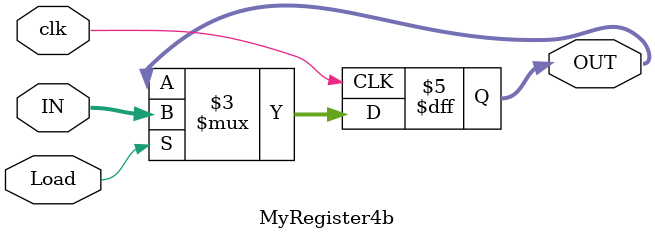
<source format=v>
`timescale 1ns / 1ps


module MyRegister4b(
    input wire clk,
    input wire Load,
    input wire [3:0] IN,
    output reg [3:0] OUT
    );

    initial OUT = 4'b0000;

    always@(posedge clk) begin
        if(Load) OUT <= IN;
    end

endmodule

</source>
